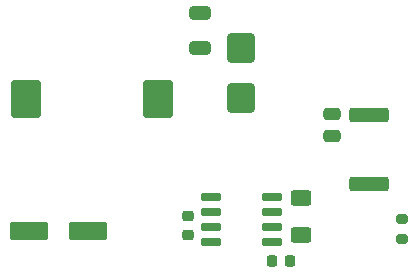
<source format=gbr>
%TF.GenerationSoftware,KiCad,Pcbnew,8.0.2*%
%TF.CreationDate,2024-05-29T18:10:03+12:00*%
%TF.ProjectId,power_supply,706f7765-725f-4737-9570-706c792e6b69,0.1.0*%
%TF.SameCoordinates,Original*%
%TF.FileFunction,Paste,Top*%
%TF.FilePolarity,Positive*%
%FSLAX46Y46*%
G04 Gerber Fmt 4.6, Leading zero omitted, Abs format (unit mm)*
G04 Created by KiCad (PCBNEW 8.0.2) date 2024-05-29 18:10:03*
%MOMM*%
%LPD*%
G01*
G04 APERTURE LIST*
G04 Aperture macros list*
%AMRoundRect*
0 Rectangle with rounded corners*
0 $1 Rounding radius*
0 $2 $3 $4 $5 $6 $7 $8 $9 X,Y pos of 4 corners*
0 Add a 4 corners polygon primitive as box body*
4,1,4,$2,$3,$4,$5,$6,$7,$8,$9,$2,$3,0*
0 Add four circle primitives for the rounded corners*
1,1,$1+$1,$2,$3*
1,1,$1+$1,$4,$5*
1,1,$1+$1,$6,$7*
1,1,$1+$1,$8,$9*
0 Add four rect primitives between the rounded corners*
20,1,$1+$1,$2,$3,$4,$5,0*
20,1,$1+$1,$4,$5,$6,$7,0*
20,1,$1+$1,$6,$7,$8,$9,0*
20,1,$1+$1,$8,$9,$2,$3,0*%
G04 Aperture macros list end*
%ADD10RoundRect,0.150000X-0.725000X-0.150000X0.725000X-0.150000X0.725000X0.150000X-0.725000X0.150000X0*%
%ADD11RoundRect,0.160000X-1.440000X0.640000X-1.440000X-0.640000X1.440000X-0.640000X1.440000X0.640000X0*%
%ADD12RoundRect,0.250000X0.650000X-0.325000X0.650000X0.325000X-0.650000X0.325000X-0.650000X-0.325000X0*%
%ADD13RoundRect,0.250000X1.425000X-0.362500X1.425000X0.362500X-1.425000X0.362500X-1.425000X-0.362500X0*%
%ADD14RoundRect,0.225000X-0.225000X-0.250000X0.225000X-0.250000X0.225000X0.250000X-0.225000X0.250000X0*%
%ADD15RoundRect,0.250000X-0.625000X0.400000X-0.625000X-0.400000X0.625000X-0.400000X0.625000X0.400000X0*%
%ADD16RoundRect,0.250000X0.475000X-0.250000X0.475000X0.250000X-0.475000X0.250000X-0.475000X-0.250000X0*%
%ADD17RoundRect,0.250000X-0.900000X1.000000X-0.900000X-1.000000X0.900000X-1.000000X0.900000X1.000000X0*%
%ADD18RoundRect,0.250000X-1.000000X-1.350000X1.000000X-1.350000X1.000000X1.350000X-1.000000X1.350000X0*%
%ADD19RoundRect,0.200000X0.275000X-0.200000X0.275000X0.200000X-0.275000X0.200000X-0.275000X-0.200000X0*%
%ADD20RoundRect,0.225000X-0.250000X0.225000X-0.250000X-0.225000X0.250000X-0.225000X0.250000X0.225000X0*%
G04 APERTURE END LIST*
D10*
%TO.C,U1*%
X152350000Y-90540000D03*
X152350000Y-91810000D03*
X152350000Y-93080000D03*
X152350000Y-94350000D03*
X157500000Y-94350000D03*
X157500000Y-93080000D03*
X157500000Y-91810000D03*
X157500000Y-90540000D03*
%TD*%
D11*
%TO.C,C1*%
X136900000Y-93440000D03*
X141900000Y-93440000D03*
%TD*%
D12*
%TO.C,C5*%
X151400000Y-77915000D03*
X151400000Y-74965000D03*
%TD*%
D13*
%TO.C,R1*%
X165660000Y-89472500D03*
X165660000Y-83547500D03*
%TD*%
D14*
%TO.C,C6*%
X157475000Y-95940000D03*
X159025000Y-95940000D03*
%TD*%
D15*
%TO.C,RS1*%
X159900000Y-90640000D03*
X159900000Y-93740000D03*
%TD*%
D16*
%TO.C,C3*%
X162600000Y-85390000D03*
X162600000Y-83490000D03*
%TD*%
D17*
%TO.C,D1*%
X154900000Y-77890000D03*
X154900000Y-82190000D03*
%TD*%
D18*
%TO.C,L1*%
X136700000Y-82240000D03*
X147800000Y-82240000D03*
%TD*%
D19*
%TO.C,R2*%
X168500000Y-94065000D03*
X168500000Y-92415000D03*
%TD*%
D20*
%TO.C,C2*%
X150400000Y-92165000D03*
X150400000Y-93715000D03*
%TD*%
M02*

</source>
